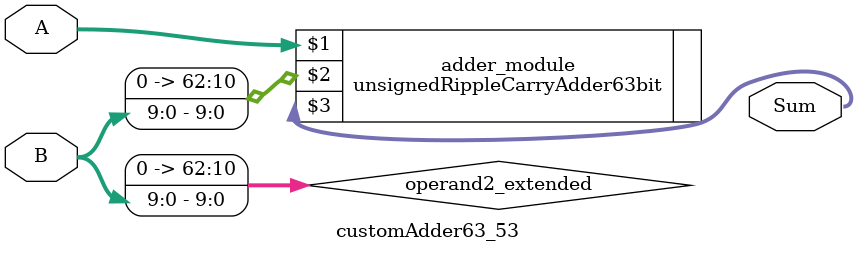
<source format=v>
module customAdder63_53(
                        input [62 : 0] A,
                        input [9 : 0] B,
                        
                        output [63 : 0] Sum
                );

        wire [62 : 0] operand2_extended;
        
        assign operand2_extended =  {53'b0, B};
        
        unsignedRippleCarryAdder63bit adder_module(
            A,
            operand2_extended,
            Sum
        );
        
        endmodule
        
</source>
